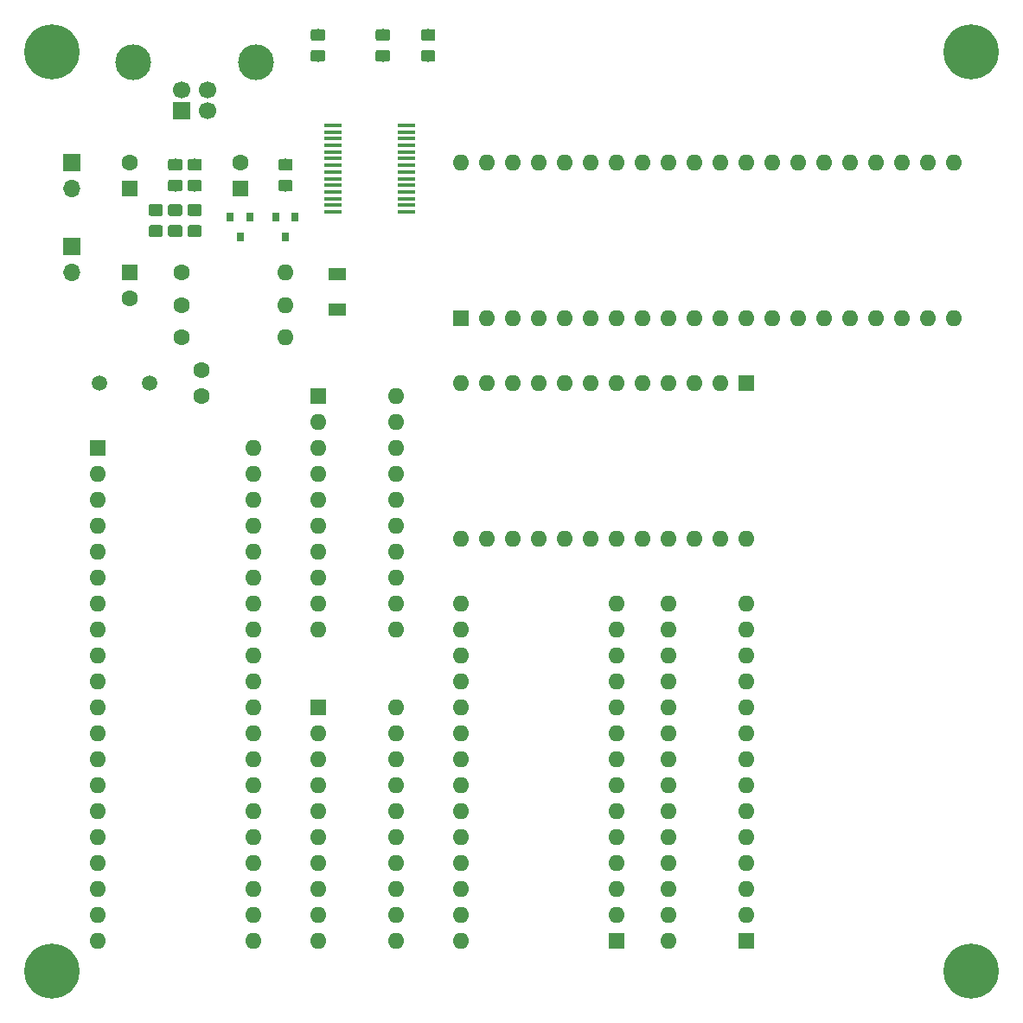
<source format=gbr>
G04 #@! TF.GenerationSoftware,KiCad,Pcbnew,(5.1.4)-1*
G04 #@! TF.CreationDate,2020-07-02T19:24:17-04:00*
G04 #@! TF.ProjectId,CPU8085,43505538-3038-4352-9e6b-696361645f70,A*
G04 #@! TF.SameCoordinates,Original*
G04 #@! TF.FileFunction,Soldermask,Top*
G04 #@! TF.FilePolarity,Negative*
%FSLAX46Y46*%
G04 Gerber Fmt 4.6, Leading zero omitted, Abs format (unit mm)*
G04 Created by KiCad (PCBNEW (5.1.4)-1) date 2020-07-02 19:24:17*
%MOMM*%
%LPD*%
G04 APERTURE LIST*
%ADD10C,3.500000*%
%ADD11C,1.700000*%
%ADD12R,1.700000X1.700000*%
%ADD13R,1.700000X1.300000*%
%ADD14C,0.100000*%
%ADD15C,1.150000*%
%ADD16C,1.600000*%
%ADD17O,1.600000X1.600000*%
%ADD18R,0.800000X0.900000*%
%ADD19R,1.600000X1.600000*%
%ADD20O,1.700000X1.700000*%
%ADD21R,1.750000X0.450000*%
%ADD22C,5.400000*%
%ADD23C,1.500000*%
G04 APERTURE END LIST*
D10*
X59975000Y-41010000D03*
X47935000Y-41010000D03*
D11*
X52705000Y-43720000D03*
X55205000Y-43720000D03*
X55205000Y-45720000D03*
D12*
X52705000Y-45720000D03*
D13*
X67945000Y-61750000D03*
X67945000Y-65250000D03*
D14*
G36*
X77309505Y-37771204D02*
G01*
X77333773Y-37774804D01*
X77357572Y-37780765D01*
X77380671Y-37789030D01*
X77402850Y-37799520D01*
X77423893Y-37812132D01*
X77443599Y-37826747D01*
X77461777Y-37843223D01*
X77478253Y-37861401D01*
X77492868Y-37881107D01*
X77505480Y-37902150D01*
X77515970Y-37924329D01*
X77524235Y-37947428D01*
X77530196Y-37971227D01*
X77533796Y-37995495D01*
X77535000Y-38019999D01*
X77535000Y-38670001D01*
X77533796Y-38694505D01*
X77530196Y-38718773D01*
X77524235Y-38742572D01*
X77515970Y-38765671D01*
X77505480Y-38787850D01*
X77492868Y-38808893D01*
X77478253Y-38828599D01*
X77461777Y-38846777D01*
X77443599Y-38863253D01*
X77423893Y-38877868D01*
X77402850Y-38890480D01*
X77380671Y-38900970D01*
X77357572Y-38909235D01*
X77333773Y-38915196D01*
X77309505Y-38918796D01*
X77285001Y-38920000D01*
X76384999Y-38920000D01*
X76360495Y-38918796D01*
X76336227Y-38915196D01*
X76312428Y-38909235D01*
X76289329Y-38900970D01*
X76267150Y-38890480D01*
X76246107Y-38877868D01*
X76226401Y-38863253D01*
X76208223Y-38846777D01*
X76191747Y-38828599D01*
X76177132Y-38808893D01*
X76164520Y-38787850D01*
X76154030Y-38765671D01*
X76145765Y-38742572D01*
X76139804Y-38718773D01*
X76136204Y-38694505D01*
X76135000Y-38670001D01*
X76135000Y-38019999D01*
X76136204Y-37995495D01*
X76139804Y-37971227D01*
X76145765Y-37947428D01*
X76154030Y-37924329D01*
X76164520Y-37902150D01*
X76177132Y-37881107D01*
X76191747Y-37861401D01*
X76208223Y-37843223D01*
X76226401Y-37826747D01*
X76246107Y-37812132D01*
X76267150Y-37799520D01*
X76289329Y-37789030D01*
X76312428Y-37780765D01*
X76336227Y-37774804D01*
X76360495Y-37771204D01*
X76384999Y-37770000D01*
X77285001Y-37770000D01*
X77309505Y-37771204D01*
X77309505Y-37771204D01*
G37*
D15*
X76835000Y-38345000D03*
D14*
G36*
X77309505Y-39821204D02*
G01*
X77333773Y-39824804D01*
X77357572Y-39830765D01*
X77380671Y-39839030D01*
X77402850Y-39849520D01*
X77423893Y-39862132D01*
X77443599Y-39876747D01*
X77461777Y-39893223D01*
X77478253Y-39911401D01*
X77492868Y-39931107D01*
X77505480Y-39952150D01*
X77515970Y-39974329D01*
X77524235Y-39997428D01*
X77530196Y-40021227D01*
X77533796Y-40045495D01*
X77535000Y-40069999D01*
X77535000Y-40720001D01*
X77533796Y-40744505D01*
X77530196Y-40768773D01*
X77524235Y-40792572D01*
X77515970Y-40815671D01*
X77505480Y-40837850D01*
X77492868Y-40858893D01*
X77478253Y-40878599D01*
X77461777Y-40896777D01*
X77443599Y-40913253D01*
X77423893Y-40927868D01*
X77402850Y-40940480D01*
X77380671Y-40950970D01*
X77357572Y-40959235D01*
X77333773Y-40965196D01*
X77309505Y-40968796D01*
X77285001Y-40970000D01*
X76384999Y-40970000D01*
X76360495Y-40968796D01*
X76336227Y-40965196D01*
X76312428Y-40959235D01*
X76289329Y-40950970D01*
X76267150Y-40940480D01*
X76246107Y-40927868D01*
X76226401Y-40913253D01*
X76208223Y-40896777D01*
X76191747Y-40878599D01*
X76177132Y-40858893D01*
X76164520Y-40837850D01*
X76154030Y-40815671D01*
X76145765Y-40792572D01*
X76139804Y-40768773D01*
X76136204Y-40744505D01*
X76135000Y-40720001D01*
X76135000Y-40069999D01*
X76136204Y-40045495D01*
X76139804Y-40021227D01*
X76145765Y-39997428D01*
X76154030Y-39974329D01*
X76164520Y-39952150D01*
X76177132Y-39931107D01*
X76191747Y-39911401D01*
X76208223Y-39893223D01*
X76226401Y-39876747D01*
X76246107Y-39862132D01*
X76267150Y-39849520D01*
X76289329Y-39839030D01*
X76312428Y-39830765D01*
X76336227Y-39824804D01*
X76360495Y-39821204D01*
X76384999Y-39820000D01*
X77285001Y-39820000D01*
X77309505Y-39821204D01*
X77309505Y-39821204D01*
G37*
D15*
X76835000Y-40395000D03*
D14*
G36*
X66514505Y-39821204D02*
G01*
X66538773Y-39824804D01*
X66562572Y-39830765D01*
X66585671Y-39839030D01*
X66607850Y-39849520D01*
X66628893Y-39862132D01*
X66648599Y-39876747D01*
X66666777Y-39893223D01*
X66683253Y-39911401D01*
X66697868Y-39931107D01*
X66710480Y-39952150D01*
X66720970Y-39974329D01*
X66729235Y-39997428D01*
X66735196Y-40021227D01*
X66738796Y-40045495D01*
X66740000Y-40069999D01*
X66740000Y-40720001D01*
X66738796Y-40744505D01*
X66735196Y-40768773D01*
X66729235Y-40792572D01*
X66720970Y-40815671D01*
X66710480Y-40837850D01*
X66697868Y-40858893D01*
X66683253Y-40878599D01*
X66666777Y-40896777D01*
X66648599Y-40913253D01*
X66628893Y-40927868D01*
X66607850Y-40940480D01*
X66585671Y-40950970D01*
X66562572Y-40959235D01*
X66538773Y-40965196D01*
X66514505Y-40968796D01*
X66490001Y-40970000D01*
X65589999Y-40970000D01*
X65565495Y-40968796D01*
X65541227Y-40965196D01*
X65517428Y-40959235D01*
X65494329Y-40950970D01*
X65472150Y-40940480D01*
X65451107Y-40927868D01*
X65431401Y-40913253D01*
X65413223Y-40896777D01*
X65396747Y-40878599D01*
X65382132Y-40858893D01*
X65369520Y-40837850D01*
X65359030Y-40815671D01*
X65350765Y-40792572D01*
X65344804Y-40768773D01*
X65341204Y-40744505D01*
X65340000Y-40720001D01*
X65340000Y-40069999D01*
X65341204Y-40045495D01*
X65344804Y-40021227D01*
X65350765Y-39997428D01*
X65359030Y-39974329D01*
X65369520Y-39952150D01*
X65382132Y-39931107D01*
X65396747Y-39911401D01*
X65413223Y-39893223D01*
X65431401Y-39876747D01*
X65451107Y-39862132D01*
X65472150Y-39849520D01*
X65494329Y-39839030D01*
X65517428Y-39830765D01*
X65541227Y-39824804D01*
X65565495Y-39821204D01*
X65589999Y-39820000D01*
X66490001Y-39820000D01*
X66514505Y-39821204D01*
X66514505Y-39821204D01*
G37*
D15*
X66040000Y-40395000D03*
D14*
G36*
X66514505Y-37771204D02*
G01*
X66538773Y-37774804D01*
X66562572Y-37780765D01*
X66585671Y-37789030D01*
X66607850Y-37799520D01*
X66628893Y-37812132D01*
X66648599Y-37826747D01*
X66666777Y-37843223D01*
X66683253Y-37861401D01*
X66697868Y-37881107D01*
X66710480Y-37902150D01*
X66720970Y-37924329D01*
X66729235Y-37947428D01*
X66735196Y-37971227D01*
X66738796Y-37995495D01*
X66740000Y-38019999D01*
X66740000Y-38670001D01*
X66738796Y-38694505D01*
X66735196Y-38718773D01*
X66729235Y-38742572D01*
X66720970Y-38765671D01*
X66710480Y-38787850D01*
X66697868Y-38808893D01*
X66683253Y-38828599D01*
X66666777Y-38846777D01*
X66648599Y-38863253D01*
X66628893Y-38877868D01*
X66607850Y-38890480D01*
X66585671Y-38900970D01*
X66562572Y-38909235D01*
X66538773Y-38915196D01*
X66514505Y-38918796D01*
X66490001Y-38920000D01*
X65589999Y-38920000D01*
X65565495Y-38918796D01*
X65541227Y-38915196D01*
X65517428Y-38909235D01*
X65494329Y-38900970D01*
X65472150Y-38890480D01*
X65451107Y-38877868D01*
X65431401Y-38863253D01*
X65413223Y-38846777D01*
X65396747Y-38828599D01*
X65382132Y-38808893D01*
X65369520Y-38787850D01*
X65359030Y-38765671D01*
X65350765Y-38742572D01*
X65344804Y-38718773D01*
X65341204Y-38694505D01*
X65340000Y-38670001D01*
X65340000Y-38019999D01*
X65341204Y-37995495D01*
X65344804Y-37971227D01*
X65350765Y-37947428D01*
X65359030Y-37924329D01*
X65369520Y-37902150D01*
X65382132Y-37881107D01*
X65396747Y-37861401D01*
X65413223Y-37843223D01*
X65431401Y-37826747D01*
X65451107Y-37812132D01*
X65472150Y-37799520D01*
X65494329Y-37789030D01*
X65517428Y-37780765D01*
X65541227Y-37774804D01*
X65565495Y-37771204D01*
X65589999Y-37770000D01*
X66490001Y-37770000D01*
X66514505Y-37771204D01*
X66514505Y-37771204D01*
G37*
D15*
X66040000Y-38345000D03*
D14*
G36*
X72864505Y-37771204D02*
G01*
X72888773Y-37774804D01*
X72912572Y-37780765D01*
X72935671Y-37789030D01*
X72957850Y-37799520D01*
X72978893Y-37812132D01*
X72998599Y-37826747D01*
X73016777Y-37843223D01*
X73033253Y-37861401D01*
X73047868Y-37881107D01*
X73060480Y-37902150D01*
X73070970Y-37924329D01*
X73079235Y-37947428D01*
X73085196Y-37971227D01*
X73088796Y-37995495D01*
X73090000Y-38019999D01*
X73090000Y-38670001D01*
X73088796Y-38694505D01*
X73085196Y-38718773D01*
X73079235Y-38742572D01*
X73070970Y-38765671D01*
X73060480Y-38787850D01*
X73047868Y-38808893D01*
X73033253Y-38828599D01*
X73016777Y-38846777D01*
X72998599Y-38863253D01*
X72978893Y-38877868D01*
X72957850Y-38890480D01*
X72935671Y-38900970D01*
X72912572Y-38909235D01*
X72888773Y-38915196D01*
X72864505Y-38918796D01*
X72840001Y-38920000D01*
X71939999Y-38920000D01*
X71915495Y-38918796D01*
X71891227Y-38915196D01*
X71867428Y-38909235D01*
X71844329Y-38900970D01*
X71822150Y-38890480D01*
X71801107Y-38877868D01*
X71781401Y-38863253D01*
X71763223Y-38846777D01*
X71746747Y-38828599D01*
X71732132Y-38808893D01*
X71719520Y-38787850D01*
X71709030Y-38765671D01*
X71700765Y-38742572D01*
X71694804Y-38718773D01*
X71691204Y-38694505D01*
X71690000Y-38670001D01*
X71690000Y-38019999D01*
X71691204Y-37995495D01*
X71694804Y-37971227D01*
X71700765Y-37947428D01*
X71709030Y-37924329D01*
X71719520Y-37902150D01*
X71732132Y-37881107D01*
X71746747Y-37861401D01*
X71763223Y-37843223D01*
X71781401Y-37826747D01*
X71801107Y-37812132D01*
X71822150Y-37799520D01*
X71844329Y-37789030D01*
X71867428Y-37780765D01*
X71891227Y-37774804D01*
X71915495Y-37771204D01*
X71939999Y-37770000D01*
X72840001Y-37770000D01*
X72864505Y-37771204D01*
X72864505Y-37771204D01*
G37*
D15*
X72390000Y-38345000D03*
D14*
G36*
X72864505Y-39821204D02*
G01*
X72888773Y-39824804D01*
X72912572Y-39830765D01*
X72935671Y-39839030D01*
X72957850Y-39849520D01*
X72978893Y-39862132D01*
X72998599Y-39876747D01*
X73016777Y-39893223D01*
X73033253Y-39911401D01*
X73047868Y-39931107D01*
X73060480Y-39952150D01*
X73070970Y-39974329D01*
X73079235Y-39997428D01*
X73085196Y-40021227D01*
X73088796Y-40045495D01*
X73090000Y-40069999D01*
X73090000Y-40720001D01*
X73088796Y-40744505D01*
X73085196Y-40768773D01*
X73079235Y-40792572D01*
X73070970Y-40815671D01*
X73060480Y-40837850D01*
X73047868Y-40858893D01*
X73033253Y-40878599D01*
X73016777Y-40896777D01*
X72998599Y-40913253D01*
X72978893Y-40927868D01*
X72957850Y-40940480D01*
X72935671Y-40950970D01*
X72912572Y-40959235D01*
X72888773Y-40965196D01*
X72864505Y-40968796D01*
X72840001Y-40970000D01*
X71939999Y-40970000D01*
X71915495Y-40968796D01*
X71891227Y-40965196D01*
X71867428Y-40959235D01*
X71844329Y-40950970D01*
X71822150Y-40940480D01*
X71801107Y-40927868D01*
X71781401Y-40913253D01*
X71763223Y-40896777D01*
X71746747Y-40878599D01*
X71732132Y-40858893D01*
X71719520Y-40837850D01*
X71709030Y-40815671D01*
X71700765Y-40792572D01*
X71694804Y-40768773D01*
X71691204Y-40744505D01*
X71690000Y-40720001D01*
X71690000Y-40069999D01*
X71691204Y-40045495D01*
X71694804Y-40021227D01*
X71700765Y-39997428D01*
X71709030Y-39974329D01*
X71719520Y-39952150D01*
X71732132Y-39931107D01*
X71746747Y-39911401D01*
X71763223Y-39893223D01*
X71781401Y-39876747D01*
X71801107Y-39862132D01*
X71822150Y-39849520D01*
X71844329Y-39839030D01*
X71867428Y-39830765D01*
X71891227Y-39824804D01*
X71915495Y-39821204D01*
X71939999Y-39820000D01*
X72840001Y-39820000D01*
X72864505Y-39821204D01*
X72864505Y-39821204D01*
G37*
D15*
X72390000Y-40395000D03*
D16*
X52705000Y-67945000D03*
D17*
X62865000Y-67945000D03*
D18*
X62865000Y-58150000D03*
X61915000Y-56150000D03*
X63815000Y-56150000D03*
D16*
X52705000Y-64770000D03*
D17*
X62865000Y-64770000D03*
X62865000Y-61595000D03*
D16*
X52705000Y-61595000D03*
D17*
X73660000Y-104140000D03*
X66040000Y-127000000D03*
X73660000Y-106680000D03*
X66040000Y-124460000D03*
X73660000Y-109220000D03*
X66040000Y-121920000D03*
X73660000Y-111760000D03*
X66040000Y-119380000D03*
X73660000Y-114300000D03*
X66040000Y-116840000D03*
X73660000Y-116840000D03*
X66040000Y-114300000D03*
X73660000Y-119380000D03*
X66040000Y-111760000D03*
X73660000Y-121920000D03*
X66040000Y-109220000D03*
X73660000Y-124460000D03*
X66040000Y-106680000D03*
X73660000Y-127000000D03*
D19*
X66040000Y-104140000D03*
D17*
X80010000Y-127000000D03*
X95250000Y-93980000D03*
X80010000Y-124460000D03*
X95250000Y-96520000D03*
X80010000Y-121920000D03*
X95250000Y-99060000D03*
X80010000Y-119380000D03*
X95250000Y-101600000D03*
X80010000Y-116840000D03*
X95250000Y-104140000D03*
X80010000Y-114300000D03*
X95250000Y-106680000D03*
X80010000Y-111760000D03*
X95250000Y-109220000D03*
X80010000Y-109220000D03*
X95250000Y-111760000D03*
X80010000Y-106680000D03*
X95250000Y-114300000D03*
X80010000Y-104140000D03*
X95250000Y-116840000D03*
X80010000Y-101600000D03*
X95250000Y-119380000D03*
X80010000Y-99060000D03*
X95250000Y-121920000D03*
X80010000Y-96520000D03*
X95250000Y-124460000D03*
X80010000Y-93980000D03*
D19*
X95250000Y-127000000D03*
D20*
X41910000Y-61595000D03*
D12*
X41910000Y-59055000D03*
D16*
X47625000Y-64095000D03*
D19*
X47625000Y-61595000D03*
D14*
G36*
X54449505Y-56966204D02*
G01*
X54473773Y-56969804D01*
X54497572Y-56975765D01*
X54520671Y-56984030D01*
X54542850Y-56994520D01*
X54563893Y-57007132D01*
X54583599Y-57021747D01*
X54601777Y-57038223D01*
X54618253Y-57056401D01*
X54632868Y-57076107D01*
X54645480Y-57097150D01*
X54655970Y-57119329D01*
X54664235Y-57142428D01*
X54670196Y-57166227D01*
X54673796Y-57190495D01*
X54675000Y-57214999D01*
X54675000Y-57865001D01*
X54673796Y-57889505D01*
X54670196Y-57913773D01*
X54664235Y-57937572D01*
X54655970Y-57960671D01*
X54645480Y-57982850D01*
X54632868Y-58003893D01*
X54618253Y-58023599D01*
X54601777Y-58041777D01*
X54583599Y-58058253D01*
X54563893Y-58072868D01*
X54542850Y-58085480D01*
X54520671Y-58095970D01*
X54497572Y-58104235D01*
X54473773Y-58110196D01*
X54449505Y-58113796D01*
X54425001Y-58115000D01*
X53524999Y-58115000D01*
X53500495Y-58113796D01*
X53476227Y-58110196D01*
X53452428Y-58104235D01*
X53429329Y-58095970D01*
X53407150Y-58085480D01*
X53386107Y-58072868D01*
X53366401Y-58058253D01*
X53348223Y-58041777D01*
X53331747Y-58023599D01*
X53317132Y-58003893D01*
X53304520Y-57982850D01*
X53294030Y-57960671D01*
X53285765Y-57937572D01*
X53279804Y-57913773D01*
X53276204Y-57889505D01*
X53275000Y-57865001D01*
X53275000Y-57214999D01*
X53276204Y-57190495D01*
X53279804Y-57166227D01*
X53285765Y-57142428D01*
X53294030Y-57119329D01*
X53304520Y-57097150D01*
X53317132Y-57076107D01*
X53331747Y-57056401D01*
X53348223Y-57038223D01*
X53366401Y-57021747D01*
X53386107Y-57007132D01*
X53407150Y-56994520D01*
X53429329Y-56984030D01*
X53452428Y-56975765D01*
X53476227Y-56969804D01*
X53500495Y-56966204D01*
X53524999Y-56965000D01*
X54425001Y-56965000D01*
X54449505Y-56966204D01*
X54449505Y-56966204D01*
G37*
D15*
X53975000Y-57540000D03*
D14*
G36*
X54449505Y-54916204D02*
G01*
X54473773Y-54919804D01*
X54497572Y-54925765D01*
X54520671Y-54934030D01*
X54542850Y-54944520D01*
X54563893Y-54957132D01*
X54583599Y-54971747D01*
X54601777Y-54988223D01*
X54618253Y-55006401D01*
X54632868Y-55026107D01*
X54645480Y-55047150D01*
X54655970Y-55069329D01*
X54664235Y-55092428D01*
X54670196Y-55116227D01*
X54673796Y-55140495D01*
X54675000Y-55164999D01*
X54675000Y-55815001D01*
X54673796Y-55839505D01*
X54670196Y-55863773D01*
X54664235Y-55887572D01*
X54655970Y-55910671D01*
X54645480Y-55932850D01*
X54632868Y-55953893D01*
X54618253Y-55973599D01*
X54601777Y-55991777D01*
X54583599Y-56008253D01*
X54563893Y-56022868D01*
X54542850Y-56035480D01*
X54520671Y-56045970D01*
X54497572Y-56054235D01*
X54473773Y-56060196D01*
X54449505Y-56063796D01*
X54425001Y-56065000D01*
X53524999Y-56065000D01*
X53500495Y-56063796D01*
X53476227Y-56060196D01*
X53452428Y-56054235D01*
X53429329Y-56045970D01*
X53407150Y-56035480D01*
X53386107Y-56022868D01*
X53366401Y-56008253D01*
X53348223Y-55991777D01*
X53331747Y-55973599D01*
X53317132Y-55953893D01*
X53304520Y-55932850D01*
X53294030Y-55910671D01*
X53285765Y-55887572D01*
X53279804Y-55863773D01*
X53276204Y-55839505D01*
X53275000Y-55815001D01*
X53275000Y-55164999D01*
X53276204Y-55140495D01*
X53279804Y-55116227D01*
X53285765Y-55092428D01*
X53294030Y-55069329D01*
X53304520Y-55047150D01*
X53317132Y-55026107D01*
X53331747Y-55006401D01*
X53348223Y-54988223D01*
X53366401Y-54971747D01*
X53386107Y-54957132D01*
X53407150Y-54944520D01*
X53429329Y-54934030D01*
X53452428Y-54925765D01*
X53476227Y-54919804D01*
X53500495Y-54916204D01*
X53524999Y-54915000D01*
X54425001Y-54915000D01*
X54449505Y-54916204D01*
X54449505Y-54916204D01*
G37*
D15*
X53975000Y-55490000D03*
D14*
G36*
X52544505Y-56966204D02*
G01*
X52568773Y-56969804D01*
X52592572Y-56975765D01*
X52615671Y-56984030D01*
X52637850Y-56994520D01*
X52658893Y-57007132D01*
X52678599Y-57021747D01*
X52696777Y-57038223D01*
X52713253Y-57056401D01*
X52727868Y-57076107D01*
X52740480Y-57097150D01*
X52750970Y-57119329D01*
X52759235Y-57142428D01*
X52765196Y-57166227D01*
X52768796Y-57190495D01*
X52770000Y-57214999D01*
X52770000Y-57865001D01*
X52768796Y-57889505D01*
X52765196Y-57913773D01*
X52759235Y-57937572D01*
X52750970Y-57960671D01*
X52740480Y-57982850D01*
X52727868Y-58003893D01*
X52713253Y-58023599D01*
X52696777Y-58041777D01*
X52678599Y-58058253D01*
X52658893Y-58072868D01*
X52637850Y-58085480D01*
X52615671Y-58095970D01*
X52592572Y-58104235D01*
X52568773Y-58110196D01*
X52544505Y-58113796D01*
X52520001Y-58115000D01*
X51619999Y-58115000D01*
X51595495Y-58113796D01*
X51571227Y-58110196D01*
X51547428Y-58104235D01*
X51524329Y-58095970D01*
X51502150Y-58085480D01*
X51481107Y-58072868D01*
X51461401Y-58058253D01*
X51443223Y-58041777D01*
X51426747Y-58023599D01*
X51412132Y-58003893D01*
X51399520Y-57982850D01*
X51389030Y-57960671D01*
X51380765Y-57937572D01*
X51374804Y-57913773D01*
X51371204Y-57889505D01*
X51370000Y-57865001D01*
X51370000Y-57214999D01*
X51371204Y-57190495D01*
X51374804Y-57166227D01*
X51380765Y-57142428D01*
X51389030Y-57119329D01*
X51399520Y-57097150D01*
X51412132Y-57076107D01*
X51426747Y-57056401D01*
X51443223Y-57038223D01*
X51461401Y-57021747D01*
X51481107Y-57007132D01*
X51502150Y-56994520D01*
X51524329Y-56984030D01*
X51547428Y-56975765D01*
X51571227Y-56969804D01*
X51595495Y-56966204D01*
X51619999Y-56965000D01*
X52520001Y-56965000D01*
X52544505Y-56966204D01*
X52544505Y-56966204D01*
G37*
D15*
X52070000Y-57540000D03*
D14*
G36*
X52544505Y-54916204D02*
G01*
X52568773Y-54919804D01*
X52592572Y-54925765D01*
X52615671Y-54934030D01*
X52637850Y-54944520D01*
X52658893Y-54957132D01*
X52678599Y-54971747D01*
X52696777Y-54988223D01*
X52713253Y-55006401D01*
X52727868Y-55026107D01*
X52740480Y-55047150D01*
X52750970Y-55069329D01*
X52759235Y-55092428D01*
X52765196Y-55116227D01*
X52768796Y-55140495D01*
X52770000Y-55164999D01*
X52770000Y-55815001D01*
X52768796Y-55839505D01*
X52765196Y-55863773D01*
X52759235Y-55887572D01*
X52750970Y-55910671D01*
X52740480Y-55932850D01*
X52727868Y-55953893D01*
X52713253Y-55973599D01*
X52696777Y-55991777D01*
X52678599Y-56008253D01*
X52658893Y-56022868D01*
X52637850Y-56035480D01*
X52615671Y-56045970D01*
X52592572Y-56054235D01*
X52568773Y-56060196D01*
X52544505Y-56063796D01*
X52520001Y-56065000D01*
X51619999Y-56065000D01*
X51595495Y-56063796D01*
X51571227Y-56060196D01*
X51547428Y-56054235D01*
X51524329Y-56045970D01*
X51502150Y-56035480D01*
X51481107Y-56022868D01*
X51461401Y-56008253D01*
X51443223Y-55991777D01*
X51426747Y-55973599D01*
X51412132Y-55953893D01*
X51399520Y-55932850D01*
X51389030Y-55910671D01*
X51380765Y-55887572D01*
X51374804Y-55863773D01*
X51371204Y-55839505D01*
X51370000Y-55815001D01*
X51370000Y-55164999D01*
X51371204Y-55140495D01*
X51374804Y-55116227D01*
X51380765Y-55092428D01*
X51389030Y-55069329D01*
X51399520Y-55047150D01*
X51412132Y-55026107D01*
X51426747Y-55006401D01*
X51443223Y-54988223D01*
X51461401Y-54971747D01*
X51481107Y-54957132D01*
X51502150Y-54944520D01*
X51524329Y-54934030D01*
X51547428Y-54925765D01*
X51571227Y-54919804D01*
X51595495Y-54916204D01*
X51619999Y-54915000D01*
X52520001Y-54915000D01*
X52544505Y-54916204D01*
X52544505Y-54916204D01*
G37*
D15*
X52070000Y-55490000D03*
D14*
G36*
X50639505Y-56966204D02*
G01*
X50663773Y-56969804D01*
X50687572Y-56975765D01*
X50710671Y-56984030D01*
X50732850Y-56994520D01*
X50753893Y-57007132D01*
X50773599Y-57021747D01*
X50791777Y-57038223D01*
X50808253Y-57056401D01*
X50822868Y-57076107D01*
X50835480Y-57097150D01*
X50845970Y-57119329D01*
X50854235Y-57142428D01*
X50860196Y-57166227D01*
X50863796Y-57190495D01*
X50865000Y-57214999D01*
X50865000Y-57865001D01*
X50863796Y-57889505D01*
X50860196Y-57913773D01*
X50854235Y-57937572D01*
X50845970Y-57960671D01*
X50835480Y-57982850D01*
X50822868Y-58003893D01*
X50808253Y-58023599D01*
X50791777Y-58041777D01*
X50773599Y-58058253D01*
X50753893Y-58072868D01*
X50732850Y-58085480D01*
X50710671Y-58095970D01*
X50687572Y-58104235D01*
X50663773Y-58110196D01*
X50639505Y-58113796D01*
X50615001Y-58115000D01*
X49714999Y-58115000D01*
X49690495Y-58113796D01*
X49666227Y-58110196D01*
X49642428Y-58104235D01*
X49619329Y-58095970D01*
X49597150Y-58085480D01*
X49576107Y-58072868D01*
X49556401Y-58058253D01*
X49538223Y-58041777D01*
X49521747Y-58023599D01*
X49507132Y-58003893D01*
X49494520Y-57982850D01*
X49484030Y-57960671D01*
X49475765Y-57937572D01*
X49469804Y-57913773D01*
X49466204Y-57889505D01*
X49465000Y-57865001D01*
X49465000Y-57214999D01*
X49466204Y-57190495D01*
X49469804Y-57166227D01*
X49475765Y-57142428D01*
X49484030Y-57119329D01*
X49494520Y-57097150D01*
X49507132Y-57076107D01*
X49521747Y-57056401D01*
X49538223Y-57038223D01*
X49556401Y-57021747D01*
X49576107Y-57007132D01*
X49597150Y-56994520D01*
X49619329Y-56984030D01*
X49642428Y-56975765D01*
X49666227Y-56969804D01*
X49690495Y-56966204D01*
X49714999Y-56965000D01*
X50615001Y-56965000D01*
X50639505Y-56966204D01*
X50639505Y-56966204D01*
G37*
D15*
X50165000Y-57540000D03*
D14*
G36*
X50639505Y-54916204D02*
G01*
X50663773Y-54919804D01*
X50687572Y-54925765D01*
X50710671Y-54934030D01*
X50732850Y-54944520D01*
X50753893Y-54957132D01*
X50773599Y-54971747D01*
X50791777Y-54988223D01*
X50808253Y-55006401D01*
X50822868Y-55026107D01*
X50835480Y-55047150D01*
X50845970Y-55069329D01*
X50854235Y-55092428D01*
X50860196Y-55116227D01*
X50863796Y-55140495D01*
X50865000Y-55164999D01*
X50865000Y-55815001D01*
X50863796Y-55839505D01*
X50860196Y-55863773D01*
X50854235Y-55887572D01*
X50845970Y-55910671D01*
X50835480Y-55932850D01*
X50822868Y-55953893D01*
X50808253Y-55973599D01*
X50791777Y-55991777D01*
X50773599Y-56008253D01*
X50753893Y-56022868D01*
X50732850Y-56035480D01*
X50710671Y-56045970D01*
X50687572Y-56054235D01*
X50663773Y-56060196D01*
X50639505Y-56063796D01*
X50615001Y-56065000D01*
X49714999Y-56065000D01*
X49690495Y-56063796D01*
X49666227Y-56060196D01*
X49642428Y-56054235D01*
X49619329Y-56045970D01*
X49597150Y-56035480D01*
X49576107Y-56022868D01*
X49556401Y-56008253D01*
X49538223Y-55991777D01*
X49521747Y-55973599D01*
X49507132Y-55953893D01*
X49494520Y-55932850D01*
X49484030Y-55910671D01*
X49475765Y-55887572D01*
X49469804Y-55863773D01*
X49466204Y-55839505D01*
X49465000Y-55815001D01*
X49465000Y-55164999D01*
X49466204Y-55140495D01*
X49469804Y-55116227D01*
X49475765Y-55092428D01*
X49484030Y-55069329D01*
X49494520Y-55047150D01*
X49507132Y-55026107D01*
X49521747Y-55006401D01*
X49538223Y-54988223D01*
X49556401Y-54971747D01*
X49576107Y-54957132D01*
X49597150Y-54944520D01*
X49619329Y-54934030D01*
X49642428Y-54925765D01*
X49666227Y-54919804D01*
X49690495Y-54916204D01*
X49714999Y-54915000D01*
X50615001Y-54915000D01*
X50639505Y-54916204D01*
X50639505Y-54916204D01*
G37*
D15*
X50165000Y-55490000D03*
D14*
G36*
X52544505Y-50471204D02*
G01*
X52568773Y-50474804D01*
X52592572Y-50480765D01*
X52615671Y-50489030D01*
X52637850Y-50499520D01*
X52658893Y-50512132D01*
X52678599Y-50526747D01*
X52696777Y-50543223D01*
X52713253Y-50561401D01*
X52727868Y-50581107D01*
X52740480Y-50602150D01*
X52750970Y-50624329D01*
X52759235Y-50647428D01*
X52765196Y-50671227D01*
X52768796Y-50695495D01*
X52770000Y-50719999D01*
X52770000Y-51370001D01*
X52768796Y-51394505D01*
X52765196Y-51418773D01*
X52759235Y-51442572D01*
X52750970Y-51465671D01*
X52740480Y-51487850D01*
X52727868Y-51508893D01*
X52713253Y-51528599D01*
X52696777Y-51546777D01*
X52678599Y-51563253D01*
X52658893Y-51577868D01*
X52637850Y-51590480D01*
X52615671Y-51600970D01*
X52592572Y-51609235D01*
X52568773Y-51615196D01*
X52544505Y-51618796D01*
X52520001Y-51620000D01*
X51619999Y-51620000D01*
X51595495Y-51618796D01*
X51571227Y-51615196D01*
X51547428Y-51609235D01*
X51524329Y-51600970D01*
X51502150Y-51590480D01*
X51481107Y-51577868D01*
X51461401Y-51563253D01*
X51443223Y-51546777D01*
X51426747Y-51528599D01*
X51412132Y-51508893D01*
X51399520Y-51487850D01*
X51389030Y-51465671D01*
X51380765Y-51442572D01*
X51374804Y-51418773D01*
X51371204Y-51394505D01*
X51370000Y-51370001D01*
X51370000Y-50719999D01*
X51371204Y-50695495D01*
X51374804Y-50671227D01*
X51380765Y-50647428D01*
X51389030Y-50624329D01*
X51399520Y-50602150D01*
X51412132Y-50581107D01*
X51426747Y-50561401D01*
X51443223Y-50543223D01*
X51461401Y-50526747D01*
X51481107Y-50512132D01*
X51502150Y-50499520D01*
X51524329Y-50489030D01*
X51547428Y-50480765D01*
X51571227Y-50474804D01*
X51595495Y-50471204D01*
X51619999Y-50470000D01*
X52520001Y-50470000D01*
X52544505Y-50471204D01*
X52544505Y-50471204D01*
G37*
D15*
X52070000Y-51045000D03*
D14*
G36*
X52544505Y-52521204D02*
G01*
X52568773Y-52524804D01*
X52592572Y-52530765D01*
X52615671Y-52539030D01*
X52637850Y-52549520D01*
X52658893Y-52562132D01*
X52678599Y-52576747D01*
X52696777Y-52593223D01*
X52713253Y-52611401D01*
X52727868Y-52631107D01*
X52740480Y-52652150D01*
X52750970Y-52674329D01*
X52759235Y-52697428D01*
X52765196Y-52721227D01*
X52768796Y-52745495D01*
X52770000Y-52769999D01*
X52770000Y-53420001D01*
X52768796Y-53444505D01*
X52765196Y-53468773D01*
X52759235Y-53492572D01*
X52750970Y-53515671D01*
X52740480Y-53537850D01*
X52727868Y-53558893D01*
X52713253Y-53578599D01*
X52696777Y-53596777D01*
X52678599Y-53613253D01*
X52658893Y-53627868D01*
X52637850Y-53640480D01*
X52615671Y-53650970D01*
X52592572Y-53659235D01*
X52568773Y-53665196D01*
X52544505Y-53668796D01*
X52520001Y-53670000D01*
X51619999Y-53670000D01*
X51595495Y-53668796D01*
X51571227Y-53665196D01*
X51547428Y-53659235D01*
X51524329Y-53650970D01*
X51502150Y-53640480D01*
X51481107Y-53627868D01*
X51461401Y-53613253D01*
X51443223Y-53596777D01*
X51426747Y-53578599D01*
X51412132Y-53558893D01*
X51399520Y-53537850D01*
X51389030Y-53515671D01*
X51380765Y-53492572D01*
X51374804Y-53468773D01*
X51371204Y-53444505D01*
X51370000Y-53420001D01*
X51370000Y-52769999D01*
X51371204Y-52745495D01*
X51374804Y-52721227D01*
X51380765Y-52697428D01*
X51389030Y-52674329D01*
X51399520Y-52652150D01*
X51412132Y-52631107D01*
X51426747Y-52611401D01*
X51443223Y-52593223D01*
X51461401Y-52576747D01*
X51481107Y-52562132D01*
X51502150Y-52549520D01*
X51524329Y-52539030D01*
X51547428Y-52530765D01*
X51571227Y-52524804D01*
X51595495Y-52521204D01*
X51619999Y-52520000D01*
X52520001Y-52520000D01*
X52544505Y-52521204D01*
X52544505Y-52521204D01*
G37*
D15*
X52070000Y-53095000D03*
D14*
G36*
X63339505Y-50471204D02*
G01*
X63363773Y-50474804D01*
X63387572Y-50480765D01*
X63410671Y-50489030D01*
X63432850Y-50499520D01*
X63453893Y-50512132D01*
X63473599Y-50526747D01*
X63491777Y-50543223D01*
X63508253Y-50561401D01*
X63522868Y-50581107D01*
X63535480Y-50602150D01*
X63545970Y-50624329D01*
X63554235Y-50647428D01*
X63560196Y-50671227D01*
X63563796Y-50695495D01*
X63565000Y-50719999D01*
X63565000Y-51370001D01*
X63563796Y-51394505D01*
X63560196Y-51418773D01*
X63554235Y-51442572D01*
X63545970Y-51465671D01*
X63535480Y-51487850D01*
X63522868Y-51508893D01*
X63508253Y-51528599D01*
X63491777Y-51546777D01*
X63473599Y-51563253D01*
X63453893Y-51577868D01*
X63432850Y-51590480D01*
X63410671Y-51600970D01*
X63387572Y-51609235D01*
X63363773Y-51615196D01*
X63339505Y-51618796D01*
X63315001Y-51620000D01*
X62414999Y-51620000D01*
X62390495Y-51618796D01*
X62366227Y-51615196D01*
X62342428Y-51609235D01*
X62319329Y-51600970D01*
X62297150Y-51590480D01*
X62276107Y-51577868D01*
X62256401Y-51563253D01*
X62238223Y-51546777D01*
X62221747Y-51528599D01*
X62207132Y-51508893D01*
X62194520Y-51487850D01*
X62184030Y-51465671D01*
X62175765Y-51442572D01*
X62169804Y-51418773D01*
X62166204Y-51394505D01*
X62165000Y-51370001D01*
X62165000Y-50719999D01*
X62166204Y-50695495D01*
X62169804Y-50671227D01*
X62175765Y-50647428D01*
X62184030Y-50624329D01*
X62194520Y-50602150D01*
X62207132Y-50581107D01*
X62221747Y-50561401D01*
X62238223Y-50543223D01*
X62256401Y-50526747D01*
X62276107Y-50512132D01*
X62297150Y-50499520D01*
X62319329Y-50489030D01*
X62342428Y-50480765D01*
X62366227Y-50474804D01*
X62390495Y-50471204D01*
X62414999Y-50470000D01*
X63315001Y-50470000D01*
X63339505Y-50471204D01*
X63339505Y-50471204D01*
G37*
D15*
X62865000Y-51045000D03*
D14*
G36*
X63339505Y-52521204D02*
G01*
X63363773Y-52524804D01*
X63387572Y-52530765D01*
X63410671Y-52539030D01*
X63432850Y-52549520D01*
X63453893Y-52562132D01*
X63473599Y-52576747D01*
X63491777Y-52593223D01*
X63508253Y-52611401D01*
X63522868Y-52631107D01*
X63535480Y-52652150D01*
X63545970Y-52674329D01*
X63554235Y-52697428D01*
X63560196Y-52721227D01*
X63563796Y-52745495D01*
X63565000Y-52769999D01*
X63565000Y-53420001D01*
X63563796Y-53444505D01*
X63560196Y-53468773D01*
X63554235Y-53492572D01*
X63545970Y-53515671D01*
X63535480Y-53537850D01*
X63522868Y-53558893D01*
X63508253Y-53578599D01*
X63491777Y-53596777D01*
X63473599Y-53613253D01*
X63453893Y-53627868D01*
X63432850Y-53640480D01*
X63410671Y-53650970D01*
X63387572Y-53659235D01*
X63363773Y-53665196D01*
X63339505Y-53668796D01*
X63315001Y-53670000D01*
X62414999Y-53670000D01*
X62390495Y-53668796D01*
X62366227Y-53665196D01*
X62342428Y-53659235D01*
X62319329Y-53650970D01*
X62297150Y-53640480D01*
X62276107Y-53627868D01*
X62256401Y-53613253D01*
X62238223Y-53596777D01*
X62221747Y-53578599D01*
X62207132Y-53558893D01*
X62194520Y-53537850D01*
X62184030Y-53515671D01*
X62175765Y-53492572D01*
X62169804Y-53468773D01*
X62166204Y-53444505D01*
X62165000Y-53420001D01*
X62165000Y-52769999D01*
X62166204Y-52745495D01*
X62169804Y-52721227D01*
X62175765Y-52697428D01*
X62184030Y-52674329D01*
X62194520Y-52652150D01*
X62207132Y-52631107D01*
X62221747Y-52611401D01*
X62238223Y-52593223D01*
X62256401Y-52576747D01*
X62276107Y-52562132D01*
X62297150Y-52549520D01*
X62319329Y-52539030D01*
X62342428Y-52530765D01*
X62366227Y-52524804D01*
X62390495Y-52521204D01*
X62414999Y-52520000D01*
X63315001Y-52520000D01*
X63339505Y-52521204D01*
X63339505Y-52521204D01*
G37*
D15*
X62865000Y-53095000D03*
D19*
X58420000Y-53340000D03*
D16*
X58420000Y-50840000D03*
D14*
G36*
X54449505Y-52521204D02*
G01*
X54473773Y-52524804D01*
X54497572Y-52530765D01*
X54520671Y-52539030D01*
X54542850Y-52549520D01*
X54563893Y-52562132D01*
X54583599Y-52576747D01*
X54601777Y-52593223D01*
X54618253Y-52611401D01*
X54632868Y-52631107D01*
X54645480Y-52652150D01*
X54655970Y-52674329D01*
X54664235Y-52697428D01*
X54670196Y-52721227D01*
X54673796Y-52745495D01*
X54675000Y-52769999D01*
X54675000Y-53420001D01*
X54673796Y-53444505D01*
X54670196Y-53468773D01*
X54664235Y-53492572D01*
X54655970Y-53515671D01*
X54645480Y-53537850D01*
X54632868Y-53558893D01*
X54618253Y-53578599D01*
X54601777Y-53596777D01*
X54583599Y-53613253D01*
X54563893Y-53627868D01*
X54542850Y-53640480D01*
X54520671Y-53650970D01*
X54497572Y-53659235D01*
X54473773Y-53665196D01*
X54449505Y-53668796D01*
X54425001Y-53670000D01*
X53524999Y-53670000D01*
X53500495Y-53668796D01*
X53476227Y-53665196D01*
X53452428Y-53659235D01*
X53429329Y-53650970D01*
X53407150Y-53640480D01*
X53386107Y-53627868D01*
X53366401Y-53613253D01*
X53348223Y-53596777D01*
X53331747Y-53578599D01*
X53317132Y-53558893D01*
X53304520Y-53537850D01*
X53294030Y-53515671D01*
X53285765Y-53492572D01*
X53279804Y-53468773D01*
X53276204Y-53444505D01*
X53275000Y-53420001D01*
X53275000Y-52769999D01*
X53276204Y-52745495D01*
X53279804Y-52721227D01*
X53285765Y-52697428D01*
X53294030Y-52674329D01*
X53304520Y-52652150D01*
X53317132Y-52631107D01*
X53331747Y-52611401D01*
X53348223Y-52593223D01*
X53366401Y-52576747D01*
X53386107Y-52562132D01*
X53407150Y-52549520D01*
X53429329Y-52539030D01*
X53452428Y-52530765D01*
X53476227Y-52524804D01*
X53500495Y-52521204D01*
X53524999Y-52520000D01*
X54425001Y-52520000D01*
X54449505Y-52521204D01*
X54449505Y-52521204D01*
G37*
D15*
X53975000Y-53095000D03*
D14*
G36*
X54449505Y-50471204D02*
G01*
X54473773Y-50474804D01*
X54497572Y-50480765D01*
X54520671Y-50489030D01*
X54542850Y-50499520D01*
X54563893Y-50512132D01*
X54583599Y-50526747D01*
X54601777Y-50543223D01*
X54618253Y-50561401D01*
X54632868Y-50581107D01*
X54645480Y-50602150D01*
X54655970Y-50624329D01*
X54664235Y-50647428D01*
X54670196Y-50671227D01*
X54673796Y-50695495D01*
X54675000Y-50719999D01*
X54675000Y-51370001D01*
X54673796Y-51394505D01*
X54670196Y-51418773D01*
X54664235Y-51442572D01*
X54655970Y-51465671D01*
X54645480Y-51487850D01*
X54632868Y-51508893D01*
X54618253Y-51528599D01*
X54601777Y-51546777D01*
X54583599Y-51563253D01*
X54563893Y-51577868D01*
X54542850Y-51590480D01*
X54520671Y-51600970D01*
X54497572Y-51609235D01*
X54473773Y-51615196D01*
X54449505Y-51618796D01*
X54425001Y-51620000D01*
X53524999Y-51620000D01*
X53500495Y-51618796D01*
X53476227Y-51615196D01*
X53452428Y-51609235D01*
X53429329Y-51600970D01*
X53407150Y-51590480D01*
X53386107Y-51577868D01*
X53366401Y-51563253D01*
X53348223Y-51546777D01*
X53331747Y-51528599D01*
X53317132Y-51508893D01*
X53304520Y-51487850D01*
X53294030Y-51465671D01*
X53285765Y-51442572D01*
X53279804Y-51418773D01*
X53276204Y-51394505D01*
X53275000Y-51370001D01*
X53275000Y-50719999D01*
X53276204Y-50695495D01*
X53279804Y-50671227D01*
X53285765Y-50647428D01*
X53294030Y-50624329D01*
X53304520Y-50602150D01*
X53317132Y-50581107D01*
X53331747Y-50561401D01*
X53348223Y-50543223D01*
X53366401Y-50526747D01*
X53386107Y-50512132D01*
X53407150Y-50499520D01*
X53429329Y-50489030D01*
X53452428Y-50480765D01*
X53476227Y-50474804D01*
X53500495Y-50471204D01*
X53524999Y-50470000D01*
X54425001Y-50470000D01*
X54449505Y-50471204D01*
X54449505Y-50471204D01*
G37*
D15*
X53975000Y-51045000D03*
D21*
X67520000Y-55660000D03*
X67520000Y-55010000D03*
X67520000Y-54360000D03*
X67520000Y-53710000D03*
X67520000Y-53060000D03*
X67520000Y-52410000D03*
X67520000Y-51760000D03*
X67520000Y-51110000D03*
X67520000Y-50460000D03*
X67520000Y-49810000D03*
X67520000Y-49160000D03*
X67520000Y-48510000D03*
X67520000Y-47860000D03*
X67520000Y-47210000D03*
X74720000Y-47210000D03*
X74720000Y-47860000D03*
X74720000Y-48510000D03*
X74720000Y-49160000D03*
X74720000Y-49810000D03*
X74720000Y-50460000D03*
X74720000Y-51110000D03*
X74720000Y-51760000D03*
X74720000Y-52410000D03*
X74720000Y-53060000D03*
X74720000Y-53710000D03*
X74720000Y-54360000D03*
X74720000Y-55010000D03*
X74720000Y-55660000D03*
D18*
X59370000Y-56150000D03*
X57470000Y-56150000D03*
X58420000Y-58150000D03*
D17*
X107950000Y-87630000D03*
X80010000Y-72390000D03*
X105410000Y-87630000D03*
X82550000Y-72390000D03*
X102870000Y-87630000D03*
X85090000Y-72390000D03*
X100330000Y-87630000D03*
X87630000Y-72390000D03*
X97790000Y-87630000D03*
X90170000Y-72390000D03*
X95250000Y-87630000D03*
X92710000Y-72390000D03*
X92710000Y-87630000D03*
X95250000Y-72390000D03*
X90170000Y-87630000D03*
X97790000Y-72390000D03*
X87630000Y-87630000D03*
X100330000Y-72390000D03*
X85090000Y-87630000D03*
X102870000Y-72390000D03*
X82550000Y-87630000D03*
X105410000Y-72390000D03*
X80010000Y-87630000D03*
D19*
X107950000Y-72390000D03*
X80010000Y-66040000D03*
D17*
X128270000Y-50800000D03*
X82550000Y-66040000D03*
X125730000Y-50800000D03*
X85090000Y-66040000D03*
X123190000Y-50800000D03*
X87630000Y-66040000D03*
X120650000Y-50800000D03*
X90170000Y-66040000D03*
X118110000Y-50800000D03*
X92710000Y-66040000D03*
X115570000Y-50800000D03*
X95250000Y-66040000D03*
X113030000Y-50800000D03*
X97790000Y-66040000D03*
X110490000Y-50800000D03*
X100330000Y-66040000D03*
X107950000Y-50800000D03*
X102870000Y-66040000D03*
X105410000Y-50800000D03*
X105410000Y-66040000D03*
X102870000Y-50800000D03*
X107950000Y-66040000D03*
X100330000Y-50800000D03*
X110490000Y-66040000D03*
X97790000Y-50800000D03*
X113030000Y-66040000D03*
X95250000Y-50800000D03*
X115570000Y-66040000D03*
X92710000Y-50800000D03*
X118110000Y-66040000D03*
X90170000Y-50800000D03*
X120650000Y-66040000D03*
X87630000Y-50800000D03*
X123190000Y-66040000D03*
X85090000Y-50800000D03*
X125730000Y-66040000D03*
X82550000Y-50800000D03*
X128270000Y-66040000D03*
X80010000Y-50800000D03*
X59690000Y-78740000D03*
X44450000Y-127000000D03*
X59690000Y-81280000D03*
X44450000Y-124460000D03*
X59690000Y-83820000D03*
X44450000Y-121920000D03*
X59690000Y-86360000D03*
X44450000Y-119380000D03*
X59690000Y-88900000D03*
X44450000Y-116840000D03*
X59690000Y-91440000D03*
X44450000Y-114300000D03*
X59690000Y-93980000D03*
X44450000Y-111760000D03*
X59690000Y-96520000D03*
X44450000Y-109220000D03*
X59690000Y-99060000D03*
X44450000Y-106680000D03*
X59690000Y-101600000D03*
X44450000Y-104140000D03*
X59690000Y-104140000D03*
X44450000Y-101600000D03*
X59690000Y-106680000D03*
X44450000Y-99060000D03*
X59690000Y-109220000D03*
X44450000Y-96520000D03*
X59690000Y-111760000D03*
X44450000Y-93980000D03*
X59690000Y-114300000D03*
X44450000Y-91440000D03*
X59690000Y-116840000D03*
X44450000Y-88900000D03*
X59690000Y-119380000D03*
X44450000Y-86360000D03*
X59690000Y-121920000D03*
X44450000Y-83820000D03*
X59690000Y-124460000D03*
X44450000Y-81280000D03*
X59690000Y-127000000D03*
D19*
X44450000Y-78740000D03*
D22*
X130000000Y-130000000D03*
X40000000Y-130000000D03*
X130000000Y-40000000D03*
X40000000Y-40000000D03*
D16*
X47625000Y-50840000D03*
D19*
X47625000Y-53340000D03*
D16*
X54610000Y-71160000D03*
X54610000Y-73660000D03*
D19*
X66040000Y-73660000D03*
D17*
X73660000Y-96520000D03*
X66040000Y-76200000D03*
X73660000Y-93980000D03*
X66040000Y-78740000D03*
X73660000Y-91440000D03*
X66040000Y-81280000D03*
X73660000Y-88900000D03*
X66040000Y-83820000D03*
X73660000Y-86360000D03*
X66040000Y-86360000D03*
X73660000Y-83820000D03*
X66040000Y-88900000D03*
X73660000Y-81280000D03*
X66040000Y-91440000D03*
X73660000Y-78740000D03*
X66040000Y-93980000D03*
X73660000Y-76200000D03*
X66040000Y-96520000D03*
X73660000Y-73660000D03*
X100330000Y-127000000D03*
X107950000Y-93980000D03*
X100330000Y-124460000D03*
X107950000Y-96520000D03*
X100330000Y-121920000D03*
X107950000Y-99060000D03*
X100330000Y-119380000D03*
X107950000Y-101600000D03*
X100330000Y-116840000D03*
X107950000Y-104140000D03*
X100330000Y-114300000D03*
X107950000Y-106680000D03*
X100330000Y-111760000D03*
X107950000Y-109220000D03*
X100330000Y-109220000D03*
X107950000Y-111760000D03*
X100330000Y-106680000D03*
X107950000Y-114300000D03*
X100330000Y-104140000D03*
X107950000Y-116840000D03*
X100330000Y-101600000D03*
X107950000Y-119380000D03*
X100330000Y-99060000D03*
X107950000Y-121920000D03*
X100330000Y-96520000D03*
X107950000Y-124460000D03*
X100330000Y-93980000D03*
D19*
X107950000Y-127000000D03*
D23*
X44650000Y-72390000D03*
X49530000Y-72390000D03*
D20*
X41910000Y-53340000D03*
D12*
X41910000Y-50800000D03*
M02*

</source>
